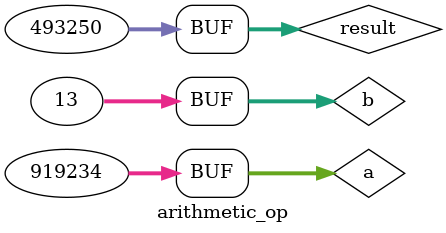
<source format=v>
module arithmetic_op ();

integer a=2, b=3, result;       //Integer is a 32bit signed value

//Monitor Values
initial begin
    $monitor("a=%0d, b=%0d, result=%0d", a, b , result);
end

//Generate Stimulus
initial begin
    result = a**b; #5;
    result = b**a; #5;

    a=177; b=12;
    result = a*b; #5;

    a=199; b=19;
    result = a/b; #5;
    result = a%b; #5;

    a=199; b=-19;
    result = a/b; #5;
    result = a%b; #5;

    a=4199; b=-2319;
    result = a+b; #5;

    a=19234; b=-16;
    result = a-b; #5;

    a=919234; b=13;
    result = a - (b*(2**15));


end
    
endmodule
</source>
